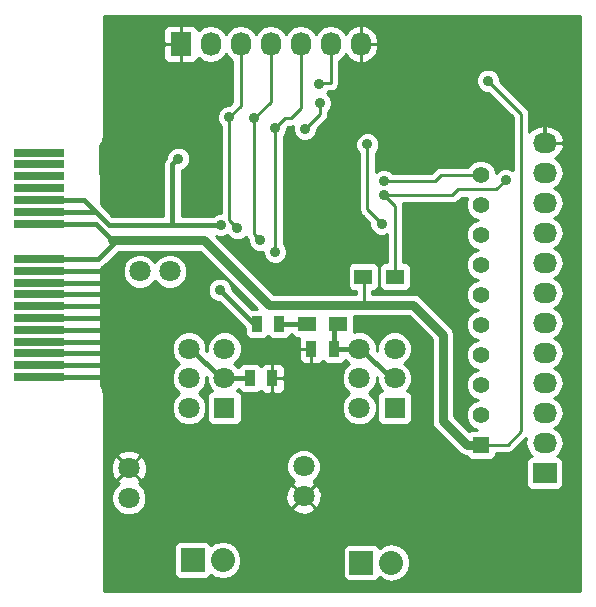
<source format=gbl>
%FSLAX46Y46*%
G04 Gerber Fmt 4.6, Leading zero omitted, Abs format (unit mm)*
G04 Created by KiCad (PCBNEW (2014-10-27 BZR 5228)-product) date 29/03/2015 08:33:29*
%MOMM*%
G01*
G04 APERTURE LIST*
%ADD10C,0.100000*%
%ADD11C,6.350000*%
%ADD12R,0.889000X1.397000*%
%ADD13C,1.800000*%
%ADD14R,1.800000X1.800000*%
%ADD15R,4.200000X0.700000*%
%ADD16R,2.032000X2.032000*%
%ADD17O,2.032000X2.032000*%
%ADD18R,1.500000X1.300000*%
%ADD19R,1.397000X1.397000*%
%ADD20C,1.397000*%
%ADD21R,2.032000X1.727200*%
%ADD22O,2.032000X1.727200*%
%ADD23R,1.727200X2.032000*%
%ADD24O,1.727200X2.032000*%
%ADD25C,0.889000*%
%ADD26C,0.780000*%
%ADD27C,0.250000*%
%ADD28C,0.400000*%
%ADD29C,0.254000*%
G04 APERTURE END LIST*
D10*
D11*
X46050000Y-3900000D03*
X46050000Y-46000000D03*
D12*
X28502500Y-28800000D03*
X26597500Y-28800000D03*
X21397500Y-31300000D03*
X23302500Y-31300000D03*
X21997500Y-26700000D03*
X23902500Y-26700000D03*
D13*
X25950000Y-41300000D03*
X25950000Y-38760000D03*
X11150000Y-38900000D03*
X11150000Y-41440000D03*
X30650000Y-33800000D03*
X30650000Y-31300000D03*
D14*
X33650000Y-33800000D03*
D13*
X30650000Y-28800000D03*
X33650000Y-28800000D03*
X33650000Y-31300000D03*
X16250000Y-33800000D03*
X16250000Y-31300000D03*
D14*
X19250000Y-33800000D03*
D13*
X16250000Y-28800000D03*
X19250000Y-28800000D03*
X19250000Y-31300000D03*
D15*
X3550000Y-31200000D03*
X3550000Y-30200000D03*
X3550000Y-29200000D03*
X3550000Y-28200000D03*
X3550000Y-27200000D03*
X3550000Y-26200000D03*
X3550000Y-25200000D03*
X3550000Y-24200000D03*
X3550000Y-23200000D03*
X3550000Y-22200000D03*
X3550000Y-21200000D03*
X3550000Y-18200000D03*
X3550000Y-17200000D03*
X3550000Y-16200000D03*
X3550000Y-15200000D03*
X3550000Y-14200000D03*
X3550000Y-13200000D03*
X3550000Y-12200000D03*
D13*
X12100000Y-22250000D03*
X14640000Y-22250000D03*
D16*
X30850000Y-46900000D03*
D17*
X33390000Y-46900000D03*
D16*
X16550000Y-46700000D03*
D17*
X19090000Y-46700000D03*
D18*
X28900000Y-26700000D03*
X26200000Y-26700000D03*
X31000000Y-22700000D03*
X33700000Y-22700000D03*
D19*
X40950000Y-36930000D03*
D20*
X40950000Y-34390000D03*
X40950000Y-31850000D03*
X40950000Y-29310000D03*
X40950000Y-26770000D03*
X40950000Y-24230000D03*
X40950000Y-21690000D03*
X40950000Y-19150000D03*
X40950000Y-16610000D03*
X40950000Y-14070000D03*
D21*
X46350000Y-39300000D03*
D22*
X46350000Y-36760000D03*
X46350000Y-34220000D03*
X46350000Y-31680000D03*
X46350000Y-29140000D03*
X46350000Y-26600000D03*
X46350000Y-24060000D03*
X46350000Y-21520000D03*
X46350000Y-18980000D03*
X46350000Y-16440000D03*
X46350000Y-13900000D03*
X46350000Y-11360000D03*
D23*
X15550000Y-3000000D03*
D24*
X18090000Y-3000000D03*
X20630000Y-3000000D03*
X23170000Y-3000000D03*
X25710000Y-3000000D03*
X28250000Y-3000000D03*
X30790000Y-3000000D03*
D25*
X41550000Y-6100000D03*
X27350000Y-8000000D03*
X26050000Y-10200000D03*
X18850000Y-23800000D03*
X15350000Y-12700000D03*
X18950000Y-18300000D03*
X32750000Y-15800000D03*
X43050000Y-14500000D03*
X32750000Y-14600000D03*
X25250000Y-14500000D03*
X9950000Y-21800000D03*
X32650000Y-13200000D03*
X39750000Y-11200000D03*
X38050000Y-38900000D03*
X10250000Y-31300000D03*
X10250000Y-28200000D03*
X10250000Y-25200000D03*
X20350000Y-18600000D03*
X19650000Y-9200000D03*
X22250000Y-19600000D03*
X21750000Y-9300000D03*
X23550000Y-20600000D03*
X23555000Y-10100000D03*
X31350000Y-11500000D03*
X27250000Y-6400000D03*
X32550000Y-18200000D03*
D26*
X17150000Y-19600000D02*
X17550000Y-19600000D01*
X28050000Y-25100000D02*
X31050000Y-25100000D01*
X23050000Y-25100000D02*
X28050000Y-25100000D01*
X17550000Y-19600000D02*
X23050000Y-25100000D01*
D27*
X31050000Y-25100000D02*
X31050000Y-22750000D01*
X31050000Y-22750000D02*
X31000000Y-22700000D01*
D28*
X10150000Y-19600000D02*
X8550000Y-21200000D01*
X8550000Y-21200000D02*
X3550000Y-21200000D01*
D26*
X10150000Y-19600000D02*
X9750000Y-19600000D01*
D28*
X8350000Y-18200000D02*
X3550000Y-18200000D01*
X8350000Y-18200000D02*
X9150000Y-19000000D01*
X9750000Y-19600000D02*
X9150000Y-19000000D01*
D27*
X44350000Y-8900000D02*
X41550000Y-6100000D01*
X44350000Y-35800000D02*
X44350000Y-8900000D01*
X43220000Y-36930000D02*
X44350000Y-35800000D01*
X40950000Y-36930000D02*
X43220000Y-36930000D01*
D26*
X39780000Y-36930000D02*
X40950000Y-36930000D01*
X31050000Y-25100000D02*
X35250000Y-25100000D01*
X35250000Y-25100000D02*
X37750000Y-27600000D01*
X37750000Y-27600000D02*
X37750000Y-34900000D01*
X37750000Y-34900000D02*
X39780000Y-36930000D01*
X17150000Y-19600000D02*
X11160739Y-19600000D01*
X10150000Y-19600000D02*
X11160739Y-19600000D01*
D27*
X27350000Y-8900000D02*
X27350000Y-8000000D01*
X26050000Y-10200000D02*
X27350000Y-8900000D01*
D28*
X28502500Y-26700000D02*
X28502500Y-28800000D01*
X30650000Y-28800000D02*
X28502500Y-28800000D01*
X30650000Y-28800000D02*
X30850000Y-28800000D01*
X30850000Y-28800000D02*
X33350000Y-31300000D01*
X33350000Y-31300000D02*
X33650000Y-31300000D01*
X19250000Y-31300000D02*
X21397500Y-31300000D01*
X16250000Y-28800000D02*
X16450000Y-28800000D01*
X16450000Y-28800000D02*
X18950000Y-31300000D01*
X18950000Y-31300000D02*
X19250000Y-31300000D01*
X25052500Y-26700000D02*
X26597500Y-26700000D01*
X23902500Y-26700000D02*
X25052500Y-26700000D01*
X18850000Y-23800000D02*
X21750000Y-26700000D01*
X21750000Y-26700000D02*
X21997500Y-26700000D01*
X14850000Y-18300000D02*
X14850000Y-13200000D01*
X14850000Y-13200000D02*
X15350000Y-12700000D01*
X3550000Y-16200000D02*
X7350000Y-16200000D01*
X7350000Y-16200000D02*
X8350000Y-17200000D01*
X18950000Y-18300000D02*
X19010000Y-18300000D01*
X8350000Y-17200000D02*
X9450000Y-18300000D01*
X17850000Y-18300000D02*
X18950000Y-18300000D01*
X3550000Y-17200000D02*
X8350000Y-17200000D01*
X9450000Y-18300000D02*
X14850000Y-18300000D01*
X14850000Y-18300000D02*
X17850000Y-18300000D01*
D27*
X33700000Y-22700000D02*
X33700000Y-16750000D01*
X33700000Y-16750000D02*
X32750000Y-15800000D01*
X32750000Y-15800000D02*
X38550000Y-15800000D01*
X42250000Y-15300000D02*
X43050000Y-14500000D01*
X39050000Y-15300000D02*
X42250000Y-15300000D01*
X38550000Y-15800000D02*
X39050000Y-15300000D01*
X40920000Y-14100000D02*
X40950000Y-14070000D01*
X32750000Y-14600000D02*
X37050000Y-14600000D01*
X37050000Y-14600000D02*
X37550000Y-14100000D01*
X37550000Y-14100000D02*
X40920000Y-14100000D01*
D28*
X6550000Y-31200000D02*
X6600000Y-31200000D01*
X3550000Y-31200000D02*
X6550000Y-31200000D01*
X6550000Y-29200000D02*
X6600000Y-29200000D01*
X3550000Y-29200000D02*
X6550000Y-29200000D01*
X6150000Y-28200000D02*
X6650000Y-28200000D01*
X3550000Y-28200000D02*
X6150000Y-28200000D01*
X6550000Y-27200000D02*
X6650000Y-27200000D01*
X3550000Y-27200000D02*
X6550000Y-27200000D01*
X6550000Y-26200000D02*
X6650000Y-26200000D01*
X3550000Y-26200000D02*
X6550000Y-26200000D01*
X3550000Y-24200000D02*
X6600000Y-24200000D01*
X6600000Y-24200000D02*
X6650000Y-24150000D01*
X6650000Y-23200000D02*
X6700000Y-23200000D01*
X3550000Y-23200000D02*
X6650000Y-23200000D01*
X6650000Y-22200000D02*
X6700000Y-22200000D01*
X3550000Y-22200000D02*
X6650000Y-22200000D01*
X6550000Y-30200000D02*
X6600000Y-30200000D01*
X3550000Y-30200000D02*
X6550000Y-30200000D01*
X6650000Y-22200000D02*
X9050000Y-22200000D01*
X6650000Y-23200000D02*
X9250000Y-23200000D01*
X6600000Y-24200000D02*
X9250000Y-24200000D01*
X6650000Y-25200000D02*
X3550000Y-25200000D01*
X9050000Y-25200000D02*
X6650000Y-25200000D01*
X6550000Y-26200000D02*
X9050000Y-26200000D01*
X6550000Y-27200000D02*
X9250000Y-27200000D01*
X6150000Y-28200000D02*
X9250000Y-28200000D01*
X6550000Y-29200000D02*
X9250000Y-29200000D01*
X6550000Y-30200000D02*
X9250000Y-30200000D01*
X6550000Y-31200000D02*
X9250000Y-31200000D01*
D27*
X19650000Y-17900000D02*
X19650000Y-9200000D01*
X20350000Y-18600000D02*
X19650000Y-17900000D01*
X20630000Y-8220000D02*
X20630000Y-3000000D01*
X19650000Y-9200000D02*
X20630000Y-8220000D01*
X21750000Y-19100000D02*
X21750000Y-9300000D01*
X22250000Y-19600000D02*
X21750000Y-19100000D01*
X23170000Y-7880000D02*
X23170000Y-3000000D01*
X21750000Y-9300000D02*
X23170000Y-7880000D01*
X23555000Y-20595000D02*
X23555000Y-18005000D01*
X23550000Y-20600000D02*
X23555000Y-20595000D01*
X23555000Y-18005000D02*
X23555000Y-10100000D01*
X25710000Y-3000000D02*
X25710000Y-7840000D01*
X25710000Y-8440000D02*
X25710000Y-7840000D01*
X24850000Y-9300000D02*
X25710000Y-8440000D01*
X24355000Y-9300000D02*
X24850000Y-9300000D01*
X24355000Y-9300000D02*
X23555000Y-10100000D01*
X27350000Y-6300000D02*
X28250000Y-6300000D01*
X27250000Y-6400000D02*
X27350000Y-6300000D01*
X28250000Y-6300000D02*
X28250000Y-3000000D01*
X31450000Y-17100000D02*
X32550000Y-18200000D01*
X31450000Y-17100000D02*
X31350000Y-17000000D01*
X31350000Y-17000000D02*
X31350000Y-11500000D01*
X31350000Y-11500000D02*
X31350000Y-11400000D01*
D29*
G36*
X49363000Y-49313000D02*
X34983000Y-49313000D01*
X34983000Y-46931209D01*
X34983000Y-46868791D01*
X34861740Y-46259176D01*
X34516421Y-45742370D01*
X33999615Y-45397051D01*
X33390000Y-45275791D01*
X32780385Y-45397051D01*
X32395393Y-45654294D01*
X32355157Y-45557156D01*
X32192845Y-45394843D01*
X31980773Y-45307000D01*
X31751228Y-45307000D01*
X29719228Y-45307000D01*
X29507156Y-45394843D01*
X29344843Y-45557155D01*
X29257000Y-45769227D01*
X29257000Y-45998772D01*
X29257000Y-48030772D01*
X29344843Y-48242844D01*
X29507155Y-48405157D01*
X29719227Y-48493000D01*
X29948772Y-48493000D01*
X31980772Y-48493000D01*
X32192844Y-48405157D01*
X32355157Y-48242845D01*
X32395393Y-48145705D01*
X32780385Y-48402949D01*
X33390000Y-48524209D01*
X33999615Y-48402949D01*
X34516421Y-48057630D01*
X34861740Y-47540824D01*
X34983000Y-46931209D01*
X34983000Y-49313000D01*
X27487276Y-49313000D01*
X27487276Y-41053481D01*
X27427256Y-40891750D01*
X27427256Y-38467495D01*
X27202870Y-37924440D01*
X26787746Y-37508591D01*
X26594500Y-37428348D01*
X26594500Y-29968750D01*
X26594500Y-28803000D01*
X25682750Y-28803000D01*
X25526000Y-28959750D01*
X25526000Y-29373782D01*
X25526000Y-29623218D01*
X25621455Y-29853667D01*
X25797833Y-30030045D01*
X26028282Y-30125500D01*
X26437750Y-30125500D01*
X26594500Y-29968750D01*
X26594500Y-37428348D01*
X26245082Y-37283257D01*
X25657495Y-37282744D01*
X25114440Y-37507130D01*
X24698591Y-37922254D01*
X24473257Y-38464918D01*
X24472744Y-39052505D01*
X24697130Y-39595560D01*
X25098584Y-39997715D01*
X25037296Y-40038667D01*
X24962057Y-40307814D01*
X25950000Y-41295757D01*
X26937943Y-40307814D01*
X26862704Y-40038667D01*
X26792140Y-40006301D01*
X27201409Y-39597746D01*
X27426743Y-39055082D01*
X27427256Y-38467495D01*
X27427256Y-40891750D01*
X27275919Y-40483956D01*
X27211333Y-40387296D01*
X26942186Y-40312057D01*
X25954243Y-41300000D01*
X26942186Y-42287943D01*
X27211333Y-42212704D01*
X27464596Y-41660537D01*
X27487276Y-41053481D01*
X27487276Y-49313000D01*
X26937943Y-49313000D01*
X26937943Y-42292186D01*
X25950000Y-41304243D01*
X25945757Y-41308486D01*
X25945757Y-41300000D01*
X24957814Y-40312057D01*
X24688667Y-40387296D01*
X24435404Y-40939463D01*
X24412724Y-41546519D01*
X24624081Y-42116044D01*
X24688667Y-42212704D01*
X24957814Y-42287943D01*
X25945757Y-41300000D01*
X25945757Y-41308486D01*
X24962057Y-42292186D01*
X25037296Y-42561333D01*
X25589463Y-42814596D01*
X26196519Y-42837276D01*
X26766044Y-42625919D01*
X26862704Y-42561333D01*
X26937943Y-42292186D01*
X26937943Y-49313000D01*
X24374000Y-49313000D01*
X24374000Y-32123218D01*
X24374000Y-31873782D01*
X24374000Y-31459750D01*
X24374000Y-31140250D01*
X24374000Y-30726218D01*
X24374000Y-30476782D01*
X24278545Y-30246333D01*
X24102167Y-30069955D01*
X23871718Y-29974500D01*
X23462250Y-29974500D01*
X23305500Y-30131250D01*
X23305500Y-31297000D01*
X24217250Y-31297000D01*
X24374000Y-31140250D01*
X24374000Y-31459750D01*
X24217250Y-31303000D01*
X23305500Y-31303000D01*
X23305500Y-32468750D01*
X23462250Y-32625500D01*
X23871718Y-32625500D01*
X24102167Y-32530045D01*
X24278545Y-32353667D01*
X24374000Y-32123218D01*
X24374000Y-49313000D01*
X23299500Y-49313000D01*
X23299500Y-32468750D01*
X23299500Y-31303000D01*
X23279500Y-31303000D01*
X23279500Y-31297000D01*
X23299500Y-31297000D01*
X23299500Y-30131250D01*
X23142750Y-29974500D01*
X22733282Y-29974500D01*
X22502833Y-30069955D01*
X22326455Y-30246333D01*
X22319536Y-30263035D01*
X22168845Y-30112343D01*
X21956773Y-30024500D01*
X21727228Y-30024500D01*
X20838228Y-30024500D01*
X20626156Y-30112343D01*
X20463843Y-30274655D01*
X20419729Y-30381154D01*
X20088794Y-30049641D01*
X20501409Y-29637746D01*
X20726743Y-29095082D01*
X20727256Y-28507495D01*
X20502870Y-27964440D01*
X20087746Y-27548591D01*
X19545082Y-27323257D01*
X18957495Y-27322744D01*
X18414440Y-27547130D01*
X17998591Y-27962254D01*
X17773257Y-28504918D01*
X17772803Y-29023959D01*
X17726845Y-28978001D01*
X17727256Y-28507495D01*
X17502870Y-27964440D01*
X17087746Y-27548591D01*
X16545082Y-27323257D01*
X16117256Y-27322883D01*
X16117256Y-21957495D01*
X15892870Y-21414440D01*
X15477746Y-20998591D01*
X14935082Y-20773257D01*
X14347495Y-20772744D01*
X13804440Y-20997130D01*
X13388591Y-21412254D01*
X13370233Y-21456463D01*
X13352870Y-21414440D01*
X12937746Y-20998591D01*
X12395082Y-20773257D01*
X11807495Y-20772744D01*
X11264440Y-20997130D01*
X10848591Y-21412254D01*
X10623257Y-21954918D01*
X10622744Y-22542505D01*
X10847130Y-23085560D01*
X11262254Y-23501409D01*
X11804918Y-23726743D01*
X12392505Y-23727256D01*
X12935560Y-23502870D01*
X13351409Y-23087746D01*
X13369766Y-23043536D01*
X13387130Y-23085560D01*
X13802254Y-23501409D01*
X14344918Y-23726743D01*
X14932505Y-23727256D01*
X15475560Y-23502870D01*
X15891409Y-23087746D01*
X16116743Y-22545082D01*
X16117256Y-21957495D01*
X16117256Y-27322883D01*
X15957495Y-27322744D01*
X15414440Y-27547130D01*
X14998591Y-27962254D01*
X14773257Y-28504918D01*
X14772744Y-29092505D01*
X14997130Y-29635560D01*
X15411205Y-30050358D01*
X14998591Y-30462254D01*
X14773257Y-31004918D01*
X14772744Y-31592505D01*
X14997130Y-32135560D01*
X15411205Y-32550358D01*
X14998591Y-32962254D01*
X14773257Y-33504918D01*
X14772744Y-34092505D01*
X14997130Y-34635560D01*
X15412254Y-35051409D01*
X15954918Y-35276743D01*
X16542505Y-35277256D01*
X17085560Y-35052870D01*
X17501409Y-34637746D01*
X17726743Y-34095082D01*
X17727256Y-33507495D01*
X17502870Y-32964440D01*
X17088794Y-32549641D01*
X17501409Y-32137746D01*
X17726743Y-31595082D01*
X17727108Y-31175952D01*
X17773067Y-31221911D01*
X17772744Y-31592505D01*
X17997130Y-32135560D01*
X18199157Y-32337940D01*
X18023156Y-32410843D01*
X17860843Y-32573155D01*
X17773000Y-32785227D01*
X17773000Y-33014772D01*
X17773000Y-34814772D01*
X17860843Y-35026844D01*
X18023155Y-35189157D01*
X18235227Y-35277000D01*
X18464772Y-35277000D01*
X20264772Y-35277000D01*
X20476844Y-35189157D01*
X20639157Y-35026845D01*
X20727000Y-34814773D01*
X20727000Y-34585228D01*
X20727000Y-32785228D01*
X20639157Y-32573156D01*
X20476845Y-32410843D01*
X20300858Y-32337947D01*
X20419858Y-32219154D01*
X20463843Y-32325344D01*
X20626155Y-32487657D01*
X20838227Y-32575500D01*
X21067772Y-32575500D01*
X21956772Y-32575500D01*
X22168844Y-32487657D01*
X22319536Y-32336965D01*
X22326455Y-32353667D01*
X22502833Y-32530045D01*
X22733282Y-32625500D01*
X23142750Y-32625500D01*
X23299500Y-32468750D01*
X23299500Y-49313000D01*
X20683000Y-49313000D01*
X20683000Y-46731209D01*
X20683000Y-46668791D01*
X20561740Y-46059176D01*
X20216421Y-45542370D01*
X19699615Y-45197051D01*
X19090000Y-45075791D01*
X18480385Y-45197051D01*
X18095393Y-45454294D01*
X18055157Y-45357156D01*
X17892845Y-45194843D01*
X17680773Y-45107000D01*
X17451228Y-45107000D01*
X15419228Y-45107000D01*
X15207156Y-45194843D01*
X15044843Y-45357155D01*
X14957000Y-45569227D01*
X14957000Y-45798772D01*
X14957000Y-47830772D01*
X15044843Y-48042844D01*
X15207155Y-48205157D01*
X15419227Y-48293000D01*
X15648772Y-48293000D01*
X17680772Y-48293000D01*
X17892844Y-48205157D01*
X18055157Y-48042845D01*
X18095393Y-47945705D01*
X18480385Y-48202949D01*
X19090000Y-48324209D01*
X19699615Y-48202949D01*
X20216421Y-47857630D01*
X20561740Y-47340824D01*
X20683000Y-46731209D01*
X20683000Y-49313000D01*
X12687276Y-49313000D01*
X12687276Y-38653481D01*
X12475919Y-38083956D01*
X12411333Y-37987296D01*
X12142186Y-37912057D01*
X12137943Y-37916300D01*
X12137943Y-37907814D01*
X12062704Y-37638667D01*
X11510537Y-37385404D01*
X10903481Y-37362724D01*
X10333956Y-37574081D01*
X10237296Y-37638667D01*
X10162057Y-37907814D01*
X11150000Y-38895757D01*
X12137943Y-37907814D01*
X12137943Y-37916300D01*
X11154243Y-38900000D01*
X12142186Y-39887943D01*
X12411333Y-39812704D01*
X12664596Y-39260537D01*
X12687276Y-38653481D01*
X12687276Y-49313000D01*
X12627256Y-49313000D01*
X12627256Y-41147495D01*
X12402870Y-40604440D01*
X12001415Y-40202284D01*
X12062704Y-40161333D01*
X12137943Y-39892186D01*
X11150000Y-38904243D01*
X11145757Y-38908486D01*
X11145757Y-38900000D01*
X10157814Y-37912057D01*
X9888667Y-37987296D01*
X9635404Y-38539463D01*
X9612724Y-39146519D01*
X9824081Y-39716044D01*
X9888667Y-39812704D01*
X10157814Y-39887943D01*
X11145757Y-38900000D01*
X11145757Y-38908486D01*
X10162057Y-39892186D01*
X10237296Y-40161333D01*
X10307859Y-40193698D01*
X9898591Y-40602254D01*
X9673257Y-41144918D01*
X9672744Y-41732505D01*
X9897130Y-42275560D01*
X10312254Y-42691409D01*
X10854918Y-42916743D01*
X11442505Y-42917256D01*
X11985560Y-42692870D01*
X12401409Y-42277746D01*
X12626743Y-41735082D01*
X12627256Y-41147495D01*
X12627256Y-49313000D01*
X9037000Y-49313000D01*
X9037000Y-33700000D01*
X9037000Y-32700000D01*
X9025720Y-32643296D01*
X9025721Y-32635482D01*
X8953407Y-32271934D01*
X8953406Y-32271932D01*
X8865759Y-32060332D01*
X8865758Y-32060331D01*
X8865758Y-32060330D01*
X8791341Y-31948957D01*
X8771106Y-21933018D01*
X8847345Y-21917854D01*
X9099422Y-21749422D01*
X10281844Y-20567000D01*
X11160739Y-20567000D01*
X17149455Y-20567000D01*
X22006955Y-25424500D01*
X21573344Y-25424500D01*
X19871567Y-23722723D01*
X19871677Y-23597703D01*
X19716490Y-23222123D01*
X19429389Y-22934520D01*
X19054080Y-22778678D01*
X18647703Y-22778323D01*
X18272123Y-22933510D01*
X17984520Y-23220611D01*
X17828678Y-23595920D01*
X17828323Y-24002297D01*
X17983510Y-24377877D01*
X18270611Y-24665480D01*
X18645920Y-24821322D01*
X18772588Y-24821432D01*
X20976000Y-27024844D01*
X20976000Y-27513272D01*
X21063843Y-27725344D01*
X21226155Y-27887657D01*
X21438227Y-27975500D01*
X21667772Y-27975500D01*
X22556772Y-27975500D01*
X22768844Y-27887657D01*
X22931157Y-27725345D01*
X22950000Y-27679853D01*
X22968843Y-27725344D01*
X23131155Y-27887657D01*
X23343227Y-27975500D01*
X23572772Y-27975500D01*
X24461772Y-27975500D01*
X24673844Y-27887657D01*
X24836157Y-27725345D01*
X24908544Y-27550585D01*
X24960843Y-27676844D01*
X25123155Y-27839157D01*
X25335227Y-27927000D01*
X25546620Y-27927000D01*
X25526000Y-27976782D01*
X25526000Y-28226218D01*
X25526000Y-28640250D01*
X25682750Y-28797000D01*
X26594500Y-28797000D01*
X26594500Y-28777000D01*
X26600500Y-28777000D01*
X26600500Y-28797000D01*
X26620500Y-28797000D01*
X26620500Y-28803000D01*
X26600500Y-28803000D01*
X26600500Y-29968750D01*
X26757250Y-30125500D01*
X27166718Y-30125500D01*
X27397167Y-30030045D01*
X27573545Y-29853667D01*
X27580463Y-29836964D01*
X27731155Y-29987657D01*
X27943227Y-30075500D01*
X28172772Y-30075500D01*
X29061772Y-30075500D01*
X29273844Y-29987657D01*
X29436157Y-29825345D01*
X29480270Y-29718845D01*
X29811205Y-30050358D01*
X29398591Y-30462254D01*
X29173257Y-31004918D01*
X29172744Y-31592505D01*
X29397130Y-32135560D01*
X29811205Y-32550358D01*
X29398591Y-32962254D01*
X29173257Y-33504918D01*
X29172744Y-34092505D01*
X29397130Y-34635560D01*
X29812254Y-35051409D01*
X30354918Y-35276743D01*
X30942505Y-35277256D01*
X31485560Y-35052870D01*
X31901409Y-34637746D01*
X32126743Y-34095082D01*
X32127256Y-33507495D01*
X31902870Y-32964440D01*
X31488794Y-32549641D01*
X31901409Y-32137746D01*
X32126743Y-31595082D01*
X32127108Y-31175952D01*
X32173067Y-31221911D01*
X32172744Y-31592505D01*
X32397130Y-32135560D01*
X32599157Y-32337940D01*
X32423156Y-32410843D01*
X32260843Y-32573155D01*
X32173000Y-32785227D01*
X32173000Y-33014772D01*
X32173000Y-34814772D01*
X32260843Y-35026844D01*
X32423155Y-35189157D01*
X32635227Y-35277000D01*
X32864772Y-35277000D01*
X34664772Y-35277000D01*
X34876844Y-35189157D01*
X35039157Y-35026845D01*
X35127000Y-34814773D01*
X35127000Y-34585228D01*
X35127000Y-32785228D01*
X35039157Y-32573156D01*
X34876845Y-32410843D01*
X34700858Y-32337947D01*
X34901409Y-32137746D01*
X35126743Y-31595082D01*
X35127256Y-31007495D01*
X34902870Y-30464440D01*
X34488794Y-30049641D01*
X34901409Y-29637746D01*
X35126743Y-29095082D01*
X35127256Y-28507495D01*
X34902870Y-27964440D01*
X34487746Y-27548591D01*
X33945082Y-27323257D01*
X33357495Y-27322744D01*
X32814440Y-27547130D01*
X32398591Y-27962254D01*
X32173257Y-28504918D01*
X32172803Y-29023959D01*
X32126845Y-28978001D01*
X32127256Y-28507495D01*
X31902870Y-27964440D01*
X31487746Y-27548591D01*
X30945082Y-27323257D01*
X30357495Y-27322744D01*
X30227000Y-27376663D01*
X30227000Y-27235228D01*
X30227000Y-26067000D01*
X31050000Y-26067000D01*
X34849456Y-26067000D01*
X36783000Y-28000544D01*
X36783000Y-34900000D01*
X36856608Y-35270055D01*
X37066228Y-35583772D01*
X39096228Y-37613773D01*
X39409945Y-37823392D01*
X39734420Y-37887933D01*
X39762343Y-37955344D01*
X39924655Y-38117657D01*
X40136727Y-38205500D01*
X40366272Y-38205500D01*
X41763272Y-38205500D01*
X41975344Y-38117657D01*
X42137657Y-37955345D01*
X42225500Y-37743273D01*
X42225500Y-37632000D01*
X43220000Y-37632000D01*
X43488643Y-37578563D01*
X43488644Y-37578563D01*
X43716389Y-37426389D01*
X44810961Y-36331816D01*
X44725791Y-36760000D01*
X44835450Y-37311294D01*
X45147733Y-37778658D01*
X45268571Y-37859400D01*
X45219228Y-37859400D01*
X45007156Y-37947243D01*
X44844843Y-38109555D01*
X44757000Y-38321627D01*
X44757000Y-38551172D01*
X44757000Y-40278372D01*
X44844843Y-40490444D01*
X45007155Y-40652757D01*
X45219227Y-40740600D01*
X45448772Y-40740600D01*
X47480772Y-40740600D01*
X47692844Y-40652757D01*
X47855157Y-40490445D01*
X47943000Y-40278373D01*
X47943000Y-40048828D01*
X47943000Y-38321628D01*
X47855157Y-38109556D01*
X47692845Y-37947243D01*
X47480773Y-37859400D01*
X47431428Y-37859400D01*
X47552267Y-37778658D01*
X47864550Y-37311294D01*
X47974209Y-36760000D01*
X47864550Y-36208706D01*
X47552267Y-35741342D01*
X47176107Y-35490000D01*
X47552267Y-35238658D01*
X47864550Y-34771294D01*
X47974209Y-34220000D01*
X47864550Y-33668706D01*
X47552267Y-33201342D01*
X47176107Y-32950000D01*
X47552267Y-32698658D01*
X47864550Y-32231294D01*
X47974209Y-31680000D01*
X47864550Y-31128706D01*
X47552267Y-30661342D01*
X47176107Y-30410000D01*
X47552267Y-30158658D01*
X47864550Y-29691294D01*
X47974209Y-29140000D01*
X47864550Y-28588706D01*
X47552267Y-28121342D01*
X47176107Y-27870000D01*
X47552267Y-27618658D01*
X47864550Y-27151294D01*
X47974209Y-26600000D01*
X47864550Y-26048706D01*
X47552267Y-25581342D01*
X47176107Y-25330000D01*
X47552267Y-25078658D01*
X47864550Y-24611294D01*
X47974209Y-24060000D01*
X47864550Y-23508706D01*
X47552267Y-23041342D01*
X47176107Y-22790000D01*
X47552267Y-22538658D01*
X47864550Y-22071294D01*
X47974209Y-21520000D01*
X47864550Y-20968706D01*
X47552267Y-20501342D01*
X47176107Y-20250000D01*
X47552267Y-19998658D01*
X47864550Y-19531294D01*
X47974209Y-18980000D01*
X47864550Y-18428706D01*
X47552267Y-17961342D01*
X47176107Y-17710000D01*
X47552267Y-17458658D01*
X47864550Y-16991294D01*
X47974209Y-16440000D01*
X47864550Y-15888706D01*
X47552267Y-15421342D01*
X47176107Y-15170000D01*
X47552267Y-14918658D01*
X47864550Y-14451294D01*
X47974209Y-13900000D01*
X47864550Y-13348706D01*
X47552267Y-12881342D01*
X47204882Y-12649226D01*
X47558535Y-12411892D01*
X47880683Y-11927656D01*
X47974176Y-11596144D01*
X47974176Y-11123856D01*
X47880683Y-10792344D01*
X47558535Y-10308108D01*
X47075600Y-9984013D01*
X46505400Y-9869400D01*
X46353000Y-9869400D01*
X46353000Y-11357000D01*
X47836247Y-11357000D01*
X47974176Y-11123856D01*
X47974176Y-11596144D01*
X47836247Y-11363000D01*
X46353000Y-11363000D01*
X46353000Y-11383000D01*
X46347000Y-11383000D01*
X46347000Y-11363000D01*
X46327000Y-11363000D01*
X46327000Y-11357000D01*
X46347000Y-11357000D01*
X46347000Y-9869400D01*
X46194600Y-9869400D01*
X45624400Y-9984013D01*
X45141465Y-10308108D01*
X45052000Y-10442587D01*
X45052000Y-8900000D01*
X44998563Y-8631357D01*
X44998563Y-8631356D01*
X44846389Y-8403611D01*
X42571475Y-6128697D01*
X42571677Y-5897703D01*
X42416490Y-5522123D01*
X42129389Y-5234520D01*
X41754080Y-5078678D01*
X41347703Y-5078323D01*
X40972123Y-5233510D01*
X40684520Y-5520611D01*
X40528678Y-5895920D01*
X40528323Y-6302297D01*
X40683510Y-6677877D01*
X40970611Y-6965480D01*
X41345920Y-7121322D01*
X41578747Y-7121525D01*
X43648000Y-9190778D01*
X43648000Y-13653163D01*
X43629389Y-13634520D01*
X43254080Y-13478678D01*
X42847703Y-13478323D01*
X42472123Y-13633510D01*
X42225666Y-13879535D01*
X42225721Y-13817400D01*
X42031947Y-13348431D01*
X41673456Y-12989314D01*
X41204826Y-12794721D01*
X40697400Y-12794279D01*
X40228431Y-12988053D01*
X39869314Y-13346544D01*
X39847947Y-13398000D01*
X37550000Y-13398000D01*
X37281356Y-13451437D01*
X37053611Y-13603611D01*
X36759222Y-13898000D01*
X33492583Y-13898000D01*
X33329389Y-13734520D01*
X32954080Y-13578678D01*
X32547703Y-13578323D01*
X32172123Y-13733510D01*
X32052000Y-13853423D01*
X32052000Y-12242583D01*
X32215480Y-12079389D01*
X32371322Y-11704080D01*
X32371677Y-11297703D01*
X32280600Y-11077280D01*
X32280600Y-3155400D01*
X32280600Y-3003000D01*
X32280600Y-2997000D01*
X32280600Y-2844600D01*
X32165987Y-2274400D01*
X31841892Y-1791465D01*
X31357656Y-1469317D01*
X31026144Y-1375824D01*
X30793000Y-1513753D01*
X30793000Y-2997000D01*
X32280600Y-2997000D01*
X32280600Y-3003000D01*
X30793000Y-3003000D01*
X30793000Y-4486247D01*
X31026144Y-4624176D01*
X31357656Y-4530683D01*
X31841892Y-4208535D01*
X32165987Y-3725600D01*
X32280600Y-3155400D01*
X32280600Y-11077280D01*
X32216490Y-10922123D01*
X31929389Y-10634520D01*
X31554080Y-10478678D01*
X31147703Y-10478323D01*
X30772123Y-10633510D01*
X30484520Y-10920611D01*
X30328678Y-11295920D01*
X30328323Y-11702297D01*
X30483510Y-12077877D01*
X30648000Y-12242654D01*
X30648000Y-17000000D01*
X30701437Y-17268644D01*
X30853611Y-17496389D01*
X30953611Y-17596389D01*
X31528524Y-18171302D01*
X31528323Y-18402297D01*
X31683510Y-18777877D01*
X31970611Y-19065480D01*
X32345920Y-19221322D01*
X32752297Y-19221677D01*
X32998000Y-19120154D01*
X32998000Y-21473000D01*
X32835228Y-21473000D01*
X32623156Y-21560843D01*
X32460843Y-21723155D01*
X32373000Y-21935227D01*
X32373000Y-22164772D01*
X32373000Y-23464772D01*
X32460843Y-23676844D01*
X32623155Y-23839157D01*
X32835227Y-23927000D01*
X33064772Y-23927000D01*
X34564772Y-23927000D01*
X34776844Y-23839157D01*
X34939157Y-23676845D01*
X35027000Y-23464773D01*
X35027000Y-23235228D01*
X35027000Y-21935228D01*
X34939157Y-21723156D01*
X34776845Y-21560843D01*
X34564773Y-21473000D01*
X34402000Y-21473000D01*
X34402000Y-16750000D01*
X34352669Y-16502000D01*
X38550000Y-16502000D01*
X38818643Y-16448563D01*
X38818644Y-16448563D01*
X39046389Y-16296389D01*
X39340778Y-16002000D01*
X39821372Y-16002000D01*
X39674721Y-16355174D01*
X39674279Y-16862600D01*
X39868053Y-17331569D01*
X40226544Y-17690686D01*
X40683006Y-17880226D01*
X40228431Y-18068053D01*
X39869314Y-18426544D01*
X39674721Y-18895174D01*
X39674279Y-19402600D01*
X39868053Y-19871569D01*
X40226544Y-20230686D01*
X40683006Y-20420226D01*
X40228431Y-20608053D01*
X39869314Y-20966544D01*
X39674721Y-21435174D01*
X39674279Y-21942600D01*
X39868053Y-22411569D01*
X40226544Y-22770686D01*
X40683006Y-22960226D01*
X40228431Y-23148053D01*
X39869314Y-23506544D01*
X39674721Y-23975174D01*
X39674279Y-24482600D01*
X39868053Y-24951569D01*
X40226544Y-25310686D01*
X40683006Y-25500226D01*
X40228431Y-25688053D01*
X39869314Y-26046544D01*
X39674721Y-26515174D01*
X39674279Y-27022600D01*
X39868053Y-27491569D01*
X40226544Y-27850686D01*
X40683006Y-28040226D01*
X40228431Y-28228053D01*
X39869314Y-28586544D01*
X39674721Y-29055174D01*
X39674279Y-29562600D01*
X39868053Y-30031569D01*
X40226544Y-30390686D01*
X40683006Y-30580226D01*
X40228431Y-30768053D01*
X39869314Y-31126544D01*
X39674721Y-31595174D01*
X39674279Y-32102600D01*
X39868053Y-32571569D01*
X40226544Y-32930686D01*
X40683006Y-33120226D01*
X40228431Y-33308053D01*
X39869314Y-33666544D01*
X39674721Y-34135174D01*
X39674279Y-34642600D01*
X39868053Y-35111569D01*
X40226544Y-35470686D01*
X40669215Y-35654500D01*
X40136728Y-35654500D01*
X39949568Y-35732023D01*
X38717000Y-34499455D01*
X38717000Y-27600000D01*
X38643392Y-27229945D01*
X38433772Y-26916228D01*
X35933772Y-24416228D01*
X35620055Y-24206608D01*
X35250000Y-24133000D01*
X31752000Y-24133000D01*
X31752000Y-23927000D01*
X31864772Y-23927000D01*
X32076844Y-23839157D01*
X32239157Y-23676845D01*
X32327000Y-23464773D01*
X32327000Y-23235228D01*
X32327000Y-21935228D01*
X32239157Y-21723156D01*
X32076845Y-21560843D01*
X31864773Y-21473000D01*
X31635228Y-21473000D01*
X30135228Y-21473000D01*
X29923156Y-21560843D01*
X29760843Y-21723155D01*
X29673000Y-21935227D01*
X29673000Y-22164772D01*
X29673000Y-23464772D01*
X29760843Y-23676844D01*
X29923155Y-23839157D01*
X30135227Y-23927000D01*
X30348000Y-23927000D01*
X30348000Y-24133000D01*
X28050000Y-24133000D01*
X23450544Y-24133000D01*
X18562847Y-19245303D01*
X18745920Y-19321322D01*
X19152297Y-19321677D01*
X19488418Y-19182794D01*
X19770611Y-19465480D01*
X20145920Y-19621322D01*
X20552297Y-19621677D01*
X20927877Y-19466490D01*
X21088921Y-19305726D01*
X21101437Y-19368644D01*
X21228535Y-19558860D01*
X21228535Y-19558861D01*
X21228323Y-19802297D01*
X21383510Y-20177877D01*
X21670611Y-20465480D01*
X22045920Y-20621322D01*
X22452297Y-20621677D01*
X22528508Y-20590187D01*
X22528323Y-20802297D01*
X22683510Y-21177877D01*
X22970611Y-21465480D01*
X23345920Y-21621322D01*
X23752297Y-21621677D01*
X24127877Y-21466490D01*
X24415480Y-21179389D01*
X24571322Y-20804080D01*
X24571677Y-20397703D01*
X24416490Y-20022123D01*
X24257000Y-19862354D01*
X24257000Y-18005000D01*
X24257000Y-10842583D01*
X24420480Y-10679389D01*
X24576322Y-10304080D01*
X24576525Y-10071252D01*
X24645778Y-10002000D01*
X24850000Y-10002000D01*
X25042012Y-9963805D01*
X25028678Y-9995920D01*
X25028323Y-10402297D01*
X25183510Y-10777877D01*
X25470611Y-11065480D01*
X25845920Y-11221322D01*
X26252297Y-11221677D01*
X26627877Y-11066490D01*
X26915480Y-10779389D01*
X27071322Y-10404080D01*
X27071525Y-10171252D01*
X27846389Y-9396389D01*
X27998563Y-9168644D01*
X27998564Y-9168643D01*
X28052000Y-8900000D01*
X28052000Y-8742583D01*
X28215480Y-8579389D01*
X28371322Y-8204080D01*
X28371677Y-7797703D01*
X28216490Y-7422123D01*
X27944706Y-7149864D01*
X28092829Y-7002000D01*
X28250000Y-7002000D01*
X28518644Y-6948563D01*
X28746389Y-6796389D01*
X28898563Y-6568644D01*
X28952000Y-6300000D01*
X28952000Y-4413851D01*
X29268658Y-4202267D01*
X29500773Y-3854882D01*
X29738108Y-4208535D01*
X30222344Y-4530683D01*
X30553856Y-4624176D01*
X30787000Y-4486247D01*
X30787000Y-3003000D01*
X30767000Y-3003000D01*
X30767000Y-2997000D01*
X30787000Y-2997000D01*
X30787000Y-1513753D01*
X30553856Y-1375824D01*
X30222344Y-1469317D01*
X29738108Y-1791465D01*
X29500773Y-2145117D01*
X29268658Y-1797733D01*
X28801294Y-1485450D01*
X28250000Y-1375791D01*
X27698706Y-1485450D01*
X27231342Y-1797733D01*
X26980000Y-2173892D01*
X26728658Y-1797733D01*
X26261294Y-1485450D01*
X25710000Y-1375791D01*
X25158706Y-1485450D01*
X24691342Y-1797733D01*
X24440000Y-2173892D01*
X24188658Y-1797733D01*
X23721294Y-1485450D01*
X23170000Y-1375791D01*
X22618706Y-1485450D01*
X22151342Y-1797733D01*
X21900000Y-2173892D01*
X21648658Y-1797733D01*
X21181294Y-1485450D01*
X20630000Y-1375791D01*
X20078706Y-1485450D01*
X19611342Y-1797733D01*
X19360000Y-2173892D01*
X19108658Y-1797733D01*
X18641294Y-1485450D01*
X18090000Y-1375791D01*
X17538706Y-1485450D01*
X17071342Y-1797733D01*
X17036626Y-1849688D01*
X16945145Y-1628833D01*
X16768767Y-1452455D01*
X16538318Y-1357000D01*
X16288882Y-1357000D01*
X15709750Y-1357000D01*
X15553000Y-1513750D01*
X15553000Y-2997000D01*
X15573000Y-2997000D01*
X15573000Y-3003000D01*
X15553000Y-3003000D01*
X15553000Y-4486250D01*
X15709750Y-4643000D01*
X16288882Y-4643000D01*
X16538318Y-4643000D01*
X16768767Y-4547545D01*
X16945145Y-4371167D01*
X17036626Y-4150311D01*
X17071342Y-4202267D01*
X17538706Y-4514550D01*
X18090000Y-4624209D01*
X18641294Y-4514550D01*
X19108658Y-4202267D01*
X19360000Y-3826107D01*
X19611342Y-4202267D01*
X19928000Y-4413851D01*
X19928000Y-7929222D01*
X19678697Y-8178524D01*
X19447703Y-8178323D01*
X19072123Y-8333510D01*
X18784520Y-8620611D01*
X18628678Y-8995920D01*
X18628323Y-9402297D01*
X18783510Y-9777877D01*
X18948000Y-9942654D01*
X18948000Y-17278497D01*
X18747703Y-17278323D01*
X18372123Y-17433510D01*
X18282476Y-17523000D01*
X17850000Y-17523000D01*
X15627000Y-17523000D01*
X15627000Y-13690810D01*
X15927877Y-13566490D01*
X16215480Y-13279389D01*
X16371322Y-12904080D01*
X16371677Y-12497703D01*
X16216490Y-12122123D01*
X15929389Y-11834520D01*
X15554080Y-11678678D01*
X15547000Y-11678671D01*
X15547000Y-4486250D01*
X15547000Y-3003000D01*
X15547000Y-2997000D01*
X15547000Y-1513750D01*
X15390250Y-1357000D01*
X14811118Y-1357000D01*
X14561682Y-1357000D01*
X14331233Y-1452455D01*
X14154855Y-1628833D01*
X14059400Y-1859282D01*
X14059400Y-2840250D01*
X14216150Y-2997000D01*
X15547000Y-2997000D01*
X15547000Y-3003000D01*
X14216150Y-3003000D01*
X14059400Y-3159750D01*
X14059400Y-4140718D01*
X14154855Y-4371167D01*
X14331233Y-4547545D01*
X14561682Y-4643000D01*
X14811118Y-4643000D01*
X15390250Y-4643000D01*
X15547000Y-4486250D01*
X15547000Y-11678671D01*
X15147703Y-11678323D01*
X14772123Y-11833510D01*
X14484520Y-12120611D01*
X14328678Y-12495920D01*
X14328567Y-12622588D01*
X14300578Y-12650578D01*
X14132146Y-12902655D01*
X14073000Y-13200000D01*
X14073000Y-17523000D01*
X9771844Y-17523000D01*
X8899422Y-16650578D01*
X8760154Y-16511310D01*
X8750056Y-11512829D01*
X8865758Y-11339670D01*
X8865758Y-11339668D01*
X8865759Y-11339668D01*
X8953406Y-11128068D01*
X8953407Y-11128066D01*
X9025721Y-10764518D01*
X9025720Y-10706704D01*
X9037000Y-10650000D01*
X9037000Y-9700000D01*
X9037000Y-587000D01*
X49363000Y-587000D01*
X49363000Y-49313000D01*
X49363000Y-49313000D01*
G37*
X49363000Y-49313000D02*
X34983000Y-49313000D01*
X34983000Y-46931209D01*
X34983000Y-46868791D01*
X34861740Y-46259176D01*
X34516421Y-45742370D01*
X33999615Y-45397051D01*
X33390000Y-45275791D01*
X32780385Y-45397051D01*
X32395393Y-45654294D01*
X32355157Y-45557156D01*
X32192845Y-45394843D01*
X31980773Y-45307000D01*
X31751228Y-45307000D01*
X29719228Y-45307000D01*
X29507156Y-45394843D01*
X29344843Y-45557155D01*
X29257000Y-45769227D01*
X29257000Y-45998772D01*
X29257000Y-48030772D01*
X29344843Y-48242844D01*
X29507155Y-48405157D01*
X29719227Y-48493000D01*
X29948772Y-48493000D01*
X31980772Y-48493000D01*
X32192844Y-48405157D01*
X32355157Y-48242845D01*
X32395393Y-48145705D01*
X32780385Y-48402949D01*
X33390000Y-48524209D01*
X33999615Y-48402949D01*
X34516421Y-48057630D01*
X34861740Y-47540824D01*
X34983000Y-46931209D01*
X34983000Y-49313000D01*
X27487276Y-49313000D01*
X27487276Y-41053481D01*
X27427256Y-40891750D01*
X27427256Y-38467495D01*
X27202870Y-37924440D01*
X26787746Y-37508591D01*
X26594500Y-37428348D01*
X26594500Y-29968750D01*
X26594500Y-28803000D01*
X25682750Y-28803000D01*
X25526000Y-28959750D01*
X25526000Y-29373782D01*
X25526000Y-29623218D01*
X25621455Y-29853667D01*
X25797833Y-30030045D01*
X26028282Y-30125500D01*
X26437750Y-30125500D01*
X26594500Y-29968750D01*
X26594500Y-37428348D01*
X26245082Y-37283257D01*
X25657495Y-37282744D01*
X25114440Y-37507130D01*
X24698591Y-37922254D01*
X24473257Y-38464918D01*
X24472744Y-39052505D01*
X24697130Y-39595560D01*
X25098584Y-39997715D01*
X25037296Y-40038667D01*
X24962057Y-40307814D01*
X25950000Y-41295757D01*
X26937943Y-40307814D01*
X26862704Y-40038667D01*
X26792140Y-40006301D01*
X27201409Y-39597746D01*
X27426743Y-39055082D01*
X27427256Y-38467495D01*
X27427256Y-40891750D01*
X27275919Y-40483956D01*
X27211333Y-40387296D01*
X26942186Y-40312057D01*
X25954243Y-41300000D01*
X26942186Y-42287943D01*
X27211333Y-42212704D01*
X27464596Y-41660537D01*
X27487276Y-41053481D01*
X27487276Y-49313000D01*
X26937943Y-49313000D01*
X26937943Y-42292186D01*
X25950000Y-41304243D01*
X25945757Y-41308486D01*
X25945757Y-41300000D01*
X24957814Y-40312057D01*
X24688667Y-40387296D01*
X24435404Y-40939463D01*
X24412724Y-41546519D01*
X24624081Y-42116044D01*
X24688667Y-42212704D01*
X24957814Y-42287943D01*
X25945757Y-41300000D01*
X25945757Y-41308486D01*
X24962057Y-42292186D01*
X25037296Y-42561333D01*
X25589463Y-42814596D01*
X26196519Y-42837276D01*
X26766044Y-42625919D01*
X26862704Y-42561333D01*
X26937943Y-42292186D01*
X26937943Y-49313000D01*
X24374000Y-49313000D01*
X24374000Y-32123218D01*
X24374000Y-31873782D01*
X24374000Y-31459750D01*
X24374000Y-31140250D01*
X24374000Y-30726218D01*
X24374000Y-30476782D01*
X24278545Y-30246333D01*
X24102167Y-30069955D01*
X23871718Y-29974500D01*
X23462250Y-29974500D01*
X23305500Y-30131250D01*
X23305500Y-31297000D01*
X24217250Y-31297000D01*
X24374000Y-31140250D01*
X24374000Y-31459750D01*
X24217250Y-31303000D01*
X23305500Y-31303000D01*
X23305500Y-32468750D01*
X23462250Y-32625500D01*
X23871718Y-32625500D01*
X24102167Y-32530045D01*
X24278545Y-32353667D01*
X24374000Y-32123218D01*
X24374000Y-49313000D01*
X23299500Y-49313000D01*
X23299500Y-32468750D01*
X23299500Y-31303000D01*
X23279500Y-31303000D01*
X23279500Y-31297000D01*
X23299500Y-31297000D01*
X23299500Y-30131250D01*
X23142750Y-29974500D01*
X22733282Y-29974500D01*
X22502833Y-30069955D01*
X22326455Y-30246333D01*
X22319536Y-30263035D01*
X22168845Y-30112343D01*
X21956773Y-30024500D01*
X21727228Y-30024500D01*
X20838228Y-30024500D01*
X20626156Y-30112343D01*
X20463843Y-30274655D01*
X20419729Y-30381154D01*
X20088794Y-30049641D01*
X20501409Y-29637746D01*
X20726743Y-29095082D01*
X20727256Y-28507495D01*
X20502870Y-27964440D01*
X20087746Y-27548591D01*
X19545082Y-27323257D01*
X18957495Y-27322744D01*
X18414440Y-27547130D01*
X17998591Y-27962254D01*
X17773257Y-28504918D01*
X17772803Y-29023959D01*
X17726845Y-28978001D01*
X17727256Y-28507495D01*
X17502870Y-27964440D01*
X17087746Y-27548591D01*
X16545082Y-27323257D01*
X16117256Y-27322883D01*
X16117256Y-21957495D01*
X15892870Y-21414440D01*
X15477746Y-20998591D01*
X14935082Y-20773257D01*
X14347495Y-20772744D01*
X13804440Y-20997130D01*
X13388591Y-21412254D01*
X13370233Y-21456463D01*
X13352870Y-21414440D01*
X12937746Y-20998591D01*
X12395082Y-20773257D01*
X11807495Y-20772744D01*
X11264440Y-20997130D01*
X10848591Y-21412254D01*
X10623257Y-21954918D01*
X10622744Y-22542505D01*
X10847130Y-23085560D01*
X11262254Y-23501409D01*
X11804918Y-23726743D01*
X12392505Y-23727256D01*
X12935560Y-23502870D01*
X13351409Y-23087746D01*
X13369766Y-23043536D01*
X13387130Y-23085560D01*
X13802254Y-23501409D01*
X14344918Y-23726743D01*
X14932505Y-23727256D01*
X15475560Y-23502870D01*
X15891409Y-23087746D01*
X16116743Y-22545082D01*
X16117256Y-21957495D01*
X16117256Y-27322883D01*
X15957495Y-27322744D01*
X15414440Y-27547130D01*
X14998591Y-27962254D01*
X14773257Y-28504918D01*
X14772744Y-29092505D01*
X14997130Y-29635560D01*
X15411205Y-30050358D01*
X14998591Y-30462254D01*
X14773257Y-31004918D01*
X14772744Y-31592505D01*
X14997130Y-32135560D01*
X15411205Y-32550358D01*
X14998591Y-32962254D01*
X14773257Y-33504918D01*
X14772744Y-34092505D01*
X14997130Y-34635560D01*
X15412254Y-35051409D01*
X15954918Y-35276743D01*
X16542505Y-35277256D01*
X17085560Y-35052870D01*
X17501409Y-34637746D01*
X17726743Y-34095082D01*
X17727256Y-33507495D01*
X17502870Y-32964440D01*
X17088794Y-32549641D01*
X17501409Y-32137746D01*
X17726743Y-31595082D01*
X17727108Y-31175952D01*
X17773067Y-31221911D01*
X17772744Y-31592505D01*
X17997130Y-32135560D01*
X18199157Y-32337940D01*
X18023156Y-32410843D01*
X17860843Y-32573155D01*
X17773000Y-32785227D01*
X17773000Y-33014772D01*
X17773000Y-34814772D01*
X17860843Y-35026844D01*
X18023155Y-35189157D01*
X18235227Y-35277000D01*
X18464772Y-35277000D01*
X20264772Y-35277000D01*
X20476844Y-35189157D01*
X20639157Y-35026845D01*
X20727000Y-34814773D01*
X20727000Y-34585228D01*
X20727000Y-32785228D01*
X20639157Y-32573156D01*
X20476845Y-32410843D01*
X20300858Y-32337947D01*
X20419858Y-32219154D01*
X20463843Y-32325344D01*
X20626155Y-32487657D01*
X20838227Y-32575500D01*
X21067772Y-32575500D01*
X21956772Y-32575500D01*
X22168844Y-32487657D01*
X22319536Y-32336965D01*
X22326455Y-32353667D01*
X22502833Y-32530045D01*
X22733282Y-32625500D01*
X23142750Y-32625500D01*
X23299500Y-32468750D01*
X23299500Y-49313000D01*
X20683000Y-49313000D01*
X20683000Y-46731209D01*
X20683000Y-46668791D01*
X20561740Y-46059176D01*
X20216421Y-45542370D01*
X19699615Y-45197051D01*
X19090000Y-45075791D01*
X18480385Y-45197051D01*
X18095393Y-45454294D01*
X18055157Y-45357156D01*
X17892845Y-45194843D01*
X17680773Y-45107000D01*
X17451228Y-45107000D01*
X15419228Y-45107000D01*
X15207156Y-45194843D01*
X15044843Y-45357155D01*
X14957000Y-45569227D01*
X14957000Y-45798772D01*
X14957000Y-47830772D01*
X15044843Y-48042844D01*
X15207155Y-48205157D01*
X15419227Y-48293000D01*
X15648772Y-48293000D01*
X17680772Y-48293000D01*
X17892844Y-48205157D01*
X18055157Y-48042845D01*
X18095393Y-47945705D01*
X18480385Y-48202949D01*
X19090000Y-48324209D01*
X19699615Y-48202949D01*
X20216421Y-47857630D01*
X20561740Y-47340824D01*
X20683000Y-46731209D01*
X20683000Y-49313000D01*
X12687276Y-49313000D01*
X12687276Y-38653481D01*
X12475919Y-38083956D01*
X12411333Y-37987296D01*
X12142186Y-37912057D01*
X12137943Y-37916300D01*
X12137943Y-37907814D01*
X12062704Y-37638667D01*
X11510537Y-37385404D01*
X10903481Y-37362724D01*
X10333956Y-37574081D01*
X10237296Y-37638667D01*
X10162057Y-37907814D01*
X11150000Y-38895757D01*
X12137943Y-37907814D01*
X12137943Y-37916300D01*
X11154243Y-38900000D01*
X12142186Y-39887943D01*
X12411333Y-39812704D01*
X12664596Y-39260537D01*
X12687276Y-38653481D01*
X12687276Y-49313000D01*
X12627256Y-49313000D01*
X12627256Y-41147495D01*
X12402870Y-40604440D01*
X12001415Y-40202284D01*
X12062704Y-40161333D01*
X12137943Y-39892186D01*
X11150000Y-38904243D01*
X11145757Y-38908486D01*
X11145757Y-38900000D01*
X10157814Y-37912057D01*
X9888667Y-37987296D01*
X9635404Y-38539463D01*
X9612724Y-39146519D01*
X9824081Y-39716044D01*
X9888667Y-39812704D01*
X10157814Y-39887943D01*
X11145757Y-38900000D01*
X11145757Y-38908486D01*
X10162057Y-39892186D01*
X10237296Y-40161333D01*
X10307859Y-40193698D01*
X9898591Y-40602254D01*
X9673257Y-41144918D01*
X9672744Y-41732505D01*
X9897130Y-42275560D01*
X10312254Y-42691409D01*
X10854918Y-42916743D01*
X11442505Y-42917256D01*
X11985560Y-42692870D01*
X12401409Y-42277746D01*
X12626743Y-41735082D01*
X12627256Y-41147495D01*
X12627256Y-49313000D01*
X9037000Y-49313000D01*
X9037000Y-33700000D01*
X9037000Y-32700000D01*
X9025720Y-32643296D01*
X9025721Y-32635482D01*
X8953407Y-32271934D01*
X8953406Y-32271932D01*
X8865759Y-32060332D01*
X8865758Y-32060331D01*
X8865758Y-32060330D01*
X8791341Y-31948957D01*
X8771106Y-21933018D01*
X8847345Y-21917854D01*
X9099422Y-21749422D01*
X10281844Y-20567000D01*
X11160739Y-20567000D01*
X17149455Y-20567000D01*
X22006955Y-25424500D01*
X21573344Y-25424500D01*
X19871567Y-23722723D01*
X19871677Y-23597703D01*
X19716490Y-23222123D01*
X19429389Y-22934520D01*
X19054080Y-22778678D01*
X18647703Y-22778323D01*
X18272123Y-22933510D01*
X17984520Y-23220611D01*
X17828678Y-23595920D01*
X17828323Y-24002297D01*
X17983510Y-24377877D01*
X18270611Y-24665480D01*
X18645920Y-24821322D01*
X18772588Y-24821432D01*
X20976000Y-27024844D01*
X20976000Y-27513272D01*
X21063843Y-27725344D01*
X21226155Y-27887657D01*
X21438227Y-27975500D01*
X21667772Y-27975500D01*
X22556772Y-27975500D01*
X22768844Y-27887657D01*
X22931157Y-27725345D01*
X22950000Y-27679853D01*
X22968843Y-27725344D01*
X23131155Y-27887657D01*
X23343227Y-27975500D01*
X23572772Y-27975500D01*
X24461772Y-27975500D01*
X24673844Y-27887657D01*
X24836157Y-27725345D01*
X24908544Y-27550585D01*
X24960843Y-27676844D01*
X25123155Y-27839157D01*
X25335227Y-27927000D01*
X25546620Y-27927000D01*
X25526000Y-27976782D01*
X25526000Y-28226218D01*
X25526000Y-28640250D01*
X25682750Y-28797000D01*
X26594500Y-28797000D01*
X26594500Y-28777000D01*
X26600500Y-28777000D01*
X26600500Y-28797000D01*
X26620500Y-28797000D01*
X26620500Y-28803000D01*
X26600500Y-28803000D01*
X26600500Y-29968750D01*
X26757250Y-30125500D01*
X27166718Y-30125500D01*
X27397167Y-30030045D01*
X27573545Y-29853667D01*
X27580463Y-29836964D01*
X27731155Y-29987657D01*
X27943227Y-30075500D01*
X28172772Y-30075500D01*
X29061772Y-30075500D01*
X29273844Y-29987657D01*
X29436157Y-29825345D01*
X29480270Y-29718845D01*
X29811205Y-30050358D01*
X29398591Y-30462254D01*
X29173257Y-31004918D01*
X29172744Y-31592505D01*
X29397130Y-32135560D01*
X29811205Y-32550358D01*
X29398591Y-32962254D01*
X29173257Y-33504918D01*
X29172744Y-34092505D01*
X29397130Y-34635560D01*
X29812254Y-35051409D01*
X30354918Y-35276743D01*
X30942505Y-35277256D01*
X31485560Y-35052870D01*
X31901409Y-34637746D01*
X32126743Y-34095082D01*
X32127256Y-33507495D01*
X31902870Y-32964440D01*
X31488794Y-32549641D01*
X31901409Y-32137746D01*
X32126743Y-31595082D01*
X32127108Y-31175952D01*
X32173067Y-31221911D01*
X32172744Y-31592505D01*
X32397130Y-32135560D01*
X32599157Y-32337940D01*
X32423156Y-32410843D01*
X32260843Y-32573155D01*
X32173000Y-32785227D01*
X32173000Y-33014772D01*
X32173000Y-34814772D01*
X32260843Y-35026844D01*
X32423155Y-35189157D01*
X32635227Y-35277000D01*
X32864772Y-35277000D01*
X34664772Y-35277000D01*
X34876844Y-35189157D01*
X35039157Y-35026845D01*
X35127000Y-34814773D01*
X35127000Y-34585228D01*
X35127000Y-32785228D01*
X35039157Y-32573156D01*
X34876845Y-32410843D01*
X34700858Y-32337947D01*
X34901409Y-32137746D01*
X35126743Y-31595082D01*
X35127256Y-31007495D01*
X34902870Y-30464440D01*
X34488794Y-30049641D01*
X34901409Y-29637746D01*
X35126743Y-29095082D01*
X35127256Y-28507495D01*
X34902870Y-27964440D01*
X34487746Y-27548591D01*
X33945082Y-27323257D01*
X33357495Y-27322744D01*
X32814440Y-27547130D01*
X32398591Y-27962254D01*
X32173257Y-28504918D01*
X32172803Y-29023959D01*
X32126845Y-28978001D01*
X32127256Y-28507495D01*
X31902870Y-27964440D01*
X31487746Y-27548591D01*
X30945082Y-27323257D01*
X30357495Y-27322744D01*
X30227000Y-27376663D01*
X30227000Y-27235228D01*
X30227000Y-26067000D01*
X31050000Y-26067000D01*
X34849456Y-26067000D01*
X36783000Y-28000544D01*
X36783000Y-34900000D01*
X36856608Y-35270055D01*
X37066228Y-35583772D01*
X39096228Y-37613773D01*
X39409945Y-37823392D01*
X39734420Y-37887933D01*
X39762343Y-37955344D01*
X39924655Y-38117657D01*
X40136727Y-38205500D01*
X40366272Y-38205500D01*
X41763272Y-38205500D01*
X41975344Y-38117657D01*
X42137657Y-37955345D01*
X42225500Y-37743273D01*
X42225500Y-37632000D01*
X43220000Y-37632000D01*
X43488643Y-37578563D01*
X43488644Y-37578563D01*
X43716389Y-37426389D01*
X44810961Y-36331816D01*
X44725791Y-36760000D01*
X44835450Y-37311294D01*
X45147733Y-37778658D01*
X45268571Y-37859400D01*
X45219228Y-37859400D01*
X45007156Y-37947243D01*
X44844843Y-38109555D01*
X44757000Y-38321627D01*
X44757000Y-38551172D01*
X44757000Y-40278372D01*
X44844843Y-40490444D01*
X45007155Y-40652757D01*
X45219227Y-40740600D01*
X45448772Y-40740600D01*
X47480772Y-40740600D01*
X47692844Y-40652757D01*
X47855157Y-40490445D01*
X47943000Y-40278373D01*
X47943000Y-40048828D01*
X47943000Y-38321628D01*
X47855157Y-38109556D01*
X47692845Y-37947243D01*
X47480773Y-37859400D01*
X47431428Y-37859400D01*
X47552267Y-37778658D01*
X47864550Y-37311294D01*
X47974209Y-36760000D01*
X47864550Y-36208706D01*
X47552267Y-35741342D01*
X47176107Y-35490000D01*
X47552267Y-35238658D01*
X47864550Y-34771294D01*
X47974209Y-34220000D01*
X47864550Y-33668706D01*
X47552267Y-33201342D01*
X47176107Y-32950000D01*
X47552267Y-32698658D01*
X47864550Y-32231294D01*
X47974209Y-31680000D01*
X47864550Y-31128706D01*
X47552267Y-30661342D01*
X47176107Y-30410000D01*
X47552267Y-30158658D01*
X47864550Y-29691294D01*
X47974209Y-29140000D01*
X47864550Y-28588706D01*
X47552267Y-28121342D01*
X47176107Y-27870000D01*
X47552267Y-27618658D01*
X47864550Y-27151294D01*
X47974209Y-26600000D01*
X47864550Y-26048706D01*
X47552267Y-25581342D01*
X47176107Y-25330000D01*
X47552267Y-25078658D01*
X47864550Y-24611294D01*
X47974209Y-24060000D01*
X47864550Y-23508706D01*
X47552267Y-23041342D01*
X47176107Y-22790000D01*
X47552267Y-22538658D01*
X47864550Y-22071294D01*
X47974209Y-21520000D01*
X47864550Y-20968706D01*
X47552267Y-20501342D01*
X47176107Y-20250000D01*
X47552267Y-19998658D01*
X47864550Y-19531294D01*
X47974209Y-18980000D01*
X47864550Y-18428706D01*
X47552267Y-17961342D01*
X47176107Y-17710000D01*
X47552267Y-17458658D01*
X47864550Y-16991294D01*
X47974209Y-16440000D01*
X47864550Y-15888706D01*
X47552267Y-15421342D01*
X47176107Y-15170000D01*
X47552267Y-14918658D01*
X47864550Y-14451294D01*
X47974209Y-13900000D01*
X47864550Y-13348706D01*
X47552267Y-12881342D01*
X47204882Y-12649226D01*
X47558535Y-12411892D01*
X47880683Y-11927656D01*
X47974176Y-11596144D01*
X47974176Y-11123856D01*
X47880683Y-10792344D01*
X47558535Y-10308108D01*
X47075600Y-9984013D01*
X46505400Y-9869400D01*
X46353000Y-9869400D01*
X46353000Y-11357000D01*
X47836247Y-11357000D01*
X47974176Y-11123856D01*
X47974176Y-11596144D01*
X47836247Y-11363000D01*
X46353000Y-11363000D01*
X46353000Y-11383000D01*
X46347000Y-11383000D01*
X46347000Y-11363000D01*
X46327000Y-11363000D01*
X46327000Y-11357000D01*
X46347000Y-11357000D01*
X46347000Y-9869400D01*
X46194600Y-9869400D01*
X45624400Y-9984013D01*
X45141465Y-10308108D01*
X45052000Y-10442587D01*
X45052000Y-8900000D01*
X44998563Y-8631357D01*
X44998563Y-8631356D01*
X44846389Y-8403611D01*
X42571475Y-6128697D01*
X42571677Y-5897703D01*
X42416490Y-5522123D01*
X42129389Y-5234520D01*
X41754080Y-5078678D01*
X41347703Y-5078323D01*
X40972123Y-5233510D01*
X40684520Y-5520611D01*
X40528678Y-5895920D01*
X40528323Y-6302297D01*
X40683510Y-6677877D01*
X40970611Y-6965480D01*
X41345920Y-7121322D01*
X41578747Y-7121525D01*
X43648000Y-9190778D01*
X43648000Y-13653163D01*
X43629389Y-13634520D01*
X43254080Y-13478678D01*
X42847703Y-13478323D01*
X42472123Y-13633510D01*
X42225666Y-13879535D01*
X42225721Y-13817400D01*
X42031947Y-13348431D01*
X41673456Y-12989314D01*
X41204826Y-12794721D01*
X40697400Y-12794279D01*
X40228431Y-12988053D01*
X39869314Y-13346544D01*
X39847947Y-13398000D01*
X37550000Y-13398000D01*
X37281356Y-13451437D01*
X37053611Y-13603611D01*
X36759222Y-13898000D01*
X33492583Y-13898000D01*
X33329389Y-13734520D01*
X32954080Y-13578678D01*
X32547703Y-13578323D01*
X32172123Y-13733510D01*
X32052000Y-13853423D01*
X32052000Y-12242583D01*
X32215480Y-12079389D01*
X32371322Y-11704080D01*
X32371677Y-11297703D01*
X32280600Y-11077280D01*
X32280600Y-3155400D01*
X32280600Y-3003000D01*
X32280600Y-2997000D01*
X32280600Y-2844600D01*
X32165987Y-2274400D01*
X31841892Y-1791465D01*
X31357656Y-1469317D01*
X31026144Y-1375824D01*
X30793000Y-1513753D01*
X30793000Y-2997000D01*
X32280600Y-2997000D01*
X32280600Y-3003000D01*
X30793000Y-3003000D01*
X30793000Y-4486247D01*
X31026144Y-4624176D01*
X31357656Y-4530683D01*
X31841892Y-4208535D01*
X32165987Y-3725600D01*
X32280600Y-3155400D01*
X32280600Y-11077280D01*
X32216490Y-10922123D01*
X31929389Y-10634520D01*
X31554080Y-10478678D01*
X31147703Y-10478323D01*
X30772123Y-10633510D01*
X30484520Y-10920611D01*
X30328678Y-11295920D01*
X30328323Y-11702297D01*
X30483510Y-12077877D01*
X30648000Y-12242654D01*
X30648000Y-17000000D01*
X30701437Y-17268644D01*
X30853611Y-17496389D01*
X30953611Y-17596389D01*
X31528524Y-18171302D01*
X31528323Y-18402297D01*
X31683510Y-18777877D01*
X31970611Y-19065480D01*
X32345920Y-19221322D01*
X32752297Y-19221677D01*
X32998000Y-19120154D01*
X32998000Y-21473000D01*
X32835228Y-21473000D01*
X32623156Y-21560843D01*
X32460843Y-21723155D01*
X32373000Y-21935227D01*
X32373000Y-22164772D01*
X32373000Y-23464772D01*
X32460843Y-23676844D01*
X32623155Y-23839157D01*
X32835227Y-23927000D01*
X33064772Y-23927000D01*
X34564772Y-23927000D01*
X34776844Y-23839157D01*
X34939157Y-23676845D01*
X35027000Y-23464773D01*
X35027000Y-23235228D01*
X35027000Y-21935228D01*
X34939157Y-21723156D01*
X34776845Y-21560843D01*
X34564773Y-21473000D01*
X34402000Y-21473000D01*
X34402000Y-16750000D01*
X34352669Y-16502000D01*
X38550000Y-16502000D01*
X38818643Y-16448563D01*
X38818644Y-16448563D01*
X39046389Y-16296389D01*
X39340778Y-16002000D01*
X39821372Y-16002000D01*
X39674721Y-16355174D01*
X39674279Y-16862600D01*
X39868053Y-17331569D01*
X40226544Y-17690686D01*
X40683006Y-17880226D01*
X40228431Y-18068053D01*
X39869314Y-18426544D01*
X39674721Y-18895174D01*
X39674279Y-19402600D01*
X39868053Y-19871569D01*
X40226544Y-20230686D01*
X40683006Y-20420226D01*
X40228431Y-20608053D01*
X39869314Y-20966544D01*
X39674721Y-21435174D01*
X39674279Y-21942600D01*
X39868053Y-22411569D01*
X40226544Y-22770686D01*
X40683006Y-22960226D01*
X40228431Y-23148053D01*
X39869314Y-23506544D01*
X39674721Y-23975174D01*
X39674279Y-24482600D01*
X39868053Y-24951569D01*
X40226544Y-25310686D01*
X40683006Y-25500226D01*
X40228431Y-25688053D01*
X39869314Y-26046544D01*
X39674721Y-26515174D01*
X39674279Y-27022600D01*
X39868053Y-27491569D01*
X40226544Y-27850686D01*
X40683006Y-28040226D01*
X40228431Y-28228053D01*
X39869314Y-28586544D01*
X39674721Y-29055174D01*
X39674279Y-29562600D01*
X39868053Y-30031569D01*
X40226544Y-30390686D01*
X40683006Y-30580226D01*
X40228431Y-30768053D01*
X39869314Y-31126544D01*
X39674721Y-31595174D01*
X39674279Y-32102600D01*
X39868053Y-32571569D01*
X40226544Y-32930686D01*
X40683006Y-33120226D01*
X40228431Y-33308053D01*
X39869314Y-33666544D01*
X39674721Y-34135174D01*
X39674279Y-34642600D01*
X39868053Y-35111569D01*
X40226544Y-35470686D01*
X40669215Y-35654500D01*
X40136728Y-35654500D01*
X39949568Y-35732023D01*
X38717000Y-34499455D01*
X38717000Y-27600000D01*
X38643392Y-27229945D01*
X38433772Y-26916228D01*
X35933772Y-24416228D01*
X35620055Y-24206608D01*
X35250000Y-24133000D01*
X31752000Y-24133000D01*
X31752000Y-23927000D01*
X31864772Y-23927000D01*
X32076844Y-23839157D01*
X32239157Y-23676845D01*
X32327000Y-23464773D01*
X32327000Y-23235228D01*
X32327000Y-21935228D01*
X32239157Y-21723156D01*
X32076845Y-21560843D01*
X31864773Y-21473000D01*
X31635228Y-21473000D01*
X30135228Y-21473000D01*
X29923156Y-21560843D01*
X29760843Y-21723155D01*
X29673000Y-21935227D01*
X29673000Y-22164772D01*
X29673000Y-23464772D01*
X29760843Y-23676844D01*
X29923155Y-23839157D01*
X30135227Y-23927000D01*
X30348000Y-23927000D01*
X30348000Y-24133000D01*
X28050000Y-24133000D01*
X23450544Y-24133000D01*
X18562847Y-19245303D01*
X18745920Y-19321322D01*
X19152297Y-19321677D01*
X19488418Y-19182794D01*
X19770611Y-19465480D01*
X20145920Y-19621322D01*
X20552297Y-19621677D01*
X20927877Y-19466490D01*
X21088921Y-19305726D01*
X21101437Y-19368644D01*
X21228535Y-19558860D01*
X21228535Y-19558861D01*
X21228323Y-19802297D01*
X21383510Y-20177877D01*
X21670611Y-20465480D01*
X22045920Y-20621322D01*
X22452297Y-20621677D01*
X22528508Y-20590187D01*
X22528323Y-20802297D01*
X22683510Y-21177877D01*
X22970611Y-21465480D01*
X23345920Y-21621322D01*
X23752297Y-21621677D01*
X24127877Y-21466490D01*
X24415480Y-21179389D01*
X24571322Y-20804080D01*
X24571677Y-20397703D01*
X24416490Y-20022123D01*
X24257000Y-19862354D01*
X24257000Y-18005000D01*
X24257000Y-10842583D01*
X24420480Y-10679389D01*
X24576322Y-10304080D01*
X24576525Y-10071252D01*
X24645778Y-10002000D01*
X24850000Y-10002000D01*
X25042012Y-9963805D01*
X25028678Y-9995920D01*
X25028323Y-10402297D01*
X25183510Y-10777877D01*
X25470611Y-11065480D01*
X25845920Y-11221322D01*
X26252297Y-11221677D01*
X26627877Y-11066490D01*
X26915480Y-10779389D01*
X27071322Y-10404080D01*
X27071525Y-10171252D01*
X27846389Y-9396389D01*
X27998563Y-9168644D01*
X27998564Y-9168643D01*
X28052000Y-8900000D01*
X28052000Y-8742583D01*
X28215480Y-8579389D01*
X28371322Y-8204080D01*
X28371677Y-7797703D01*
X28216490Y-7422123D01*
X27944706Y-7149864D01*
X28092829Y-7002000D01*
X28250000Y-7002000D01*
X28518644Y-6948563D01*
X28746389Y-6796389D01*
X28898563Y-6568644D01*
X28952000Y-6300000D01*
X28952000Y-4413851D01*
X29268658Y-4202267D01*
X29500773Y-3854882D01*
X29738108Y-4208535D01*
X30222344Y-4530683D01*
X30553856Y-4624176D01*
X30787000Y-4486247D01*
X30787000Y-3003000D01*
X30767000Y-3003000D01*
X30767000Y-2997000D01*
X30787000Y-2997000D01*
X30787000Y-1513753D01*
X30553856Y-1375824D01*
X30222344Y-1469317D01*
X29738108Y-1791465D01*
X29500773Y-2145117D01*
X29268658Y-1797733D01*
X28801294Y-1485450D01*
X28250000Y-1375791D01*
X27698706Y-1485450D01*
X27231342Y-1797733D01*
X26980000Y-2173892D01*
X26728658Y-1797733D01*
X26261294Y-1485450D01*
X25710000Y-1375791D01*
X25158706Y-1485450D01*
X24691342Y-1797733D01*
X24440000Y-2173892D01*
X24188658Y-1797733D01*
X23721294Y-1485450D01*
X23170000Y-1375791D01*
X22618706Y-1485450D01*
X22151342Y-1797733D01*
X21900000Y-2173892D01*
X21648658Y-1797733D01*
X21181294Y-1485450D01*
X20630000Y-1375791D01*
X20078706Y-1485450D01*
X19611342Y-1797733D01*
X19360000Y-2173892D01*
X19108658Y-1797733D01*
X18641294Y-1485450D01*
X18090000Y-1375791D01*
X17538706Y-1485450D01*
X17071342Y-1797733D01*
X17036626Y-1849688D01*
X16945145Y-1628833D01*
X16768767Y-1452455D01*
X16538318Y-1357000D01*
X16288882Y-1357000D01*
X15709750Y-1357000D01*
X15553000Y-1513750D01*
X15553000Y-2997000D01*
X15573000Y-2997000D01*
X15573000Y-3003000D01*
X15553000Y-3003000D01*
X15553000Y-4486250D01*
X15709750Y-4643000D01*
X16288882Y-4643000D01*
X16538318Y-4643000D01*
X16768767Y-4547545D01*
X16945145Y-4371167D01*
X17036626Y-4150311D01*
X17071342Y-4202267D01*
X17538706Y-4514550D01*
X18090000Y-4624209D01*
X18641294Y-4514550D01*
X19108658Y-4202267D01*
X19360000Y-3826107D01*
X19611342Y-4202267D01*
X19928000Y-4413851D01*
X19928000Y-7929222D01*
X19678697Y-8178524D01*
X19447703Y-8178323D01*
X19072123Y-8333510D01*
X18784520Y-8620611D01*
X18628678Y-8995920D01*
X18628323Y-9402297D01*
X18783510Y-9777877D01*
X18948000Y-9942654D01*
X18948000Y-17278497D01*
X18747703Y-17278323D01*
X18372123Y-17433510D01*
X18282476Y-17523000D01*
X17850000Y-17523000D01*
X15627000Y-17523000D01*
X15627000Y-13690810D01*
X15927877Y-13566490D01*
X16215480Y-13279389D01*
X16371322Y-12904080D01*
X16371677Y-12497703D01*
X16216490Y-12122123D01*
X15929389Y-11834520D01*
X15554080Y-11678678D01*
X15547000Y-11678671D01*
X15547000Y-4486250D01*
X15547000Y-3003000D01*
X15547000Y-2997000D01*
X15547000Y-1513750D01*
X15390250Y-1357000D01*
X14811118Y-1357000D01*
X14561682Y-1357000D01*
X14331233Y-1452455D01*
X14154855Y-1628833D01*
X14059400Y-1859282D01*
X14059400Y-2840250D01*
X14216150Y-2997000D01*
X15547000Y-2997000D01*
X15547000Y-3003000D01*
X14216150Y-3003000D01*
X14059400Y-3159750D01*
X14059400Y-4140718D01*
X14154855Y-4371167D01*
X14331233Y-4547545D01*
X14561682Y-4643000D01*
X14811118Y-4643000D01*
X15390250Y-4643000D01*
X15547000Y-4486250D01*
X15547000Y-11678671D01*
X15147703Y-11678323D01*
X14772123Y-11833510D01*
X14484520Y-12120611D01*
X14328678Y-12495920D01*
X14328567Y-12622588D01*
X14300578Y-12650578D01*
X14132146Y-12902655D01*
X14073000Y-13200000D01*
X14073000Y-17523000D01*
X9771844Y-17523000D01*
X8899422Y-16650578D01*
X8760154Y-16511310D01*
X8750056Y-11512829D01*
X8865758Y-11339670D01*
X8865758Y-11339668D01*
X8865759Y-11339668D01*
X8953406Y-11128068D01*
X8953407Y-11128066D01*
X9025721Y-10764518D01*
X9025720Y-10706704D01*
X9037000Y-10650000D01*
X9037000Y-9700000D01*
X9037000Y-587000D01*
X49363000Y-587000D01*
X49363000Y-49313000D01*
M02*

</source>
